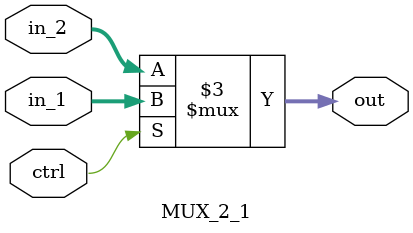
<source format=sv>
module MUX_2_1(
	input [31:0] in_1,
	input [31:0] in_2,
	input ctrl,
	output reg [31:0] out
);

always_comb begin
	if(ctrl) out = in_1;
	else 	 out = in_2;
end

endmodule
</source>
